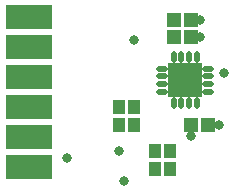
<source format=gts>
G04 Layer_Color=20142*
%FSLAX25Y25*%
%MOIN*%
G70*
G01*
G75*
%ADD31R,0.15800X0.08400*%
%ADD32R,0.03950X0.04540*%
%ADD33R,0.04540X0.04934*%
%ADD34R,0.11181X0.11181*%
%ADD35O,0.01929X0.03898*%
%ADD36O,0.03898X0.01929*%
%ADD37C,0.03200*%
%ADD38C,0.02769*%
D31*
X112500Y455000D02*
D03*
Y465000D02*
D03*
Y475000D02*
D03*
Y485000D02*
D03*
Y445000D02*
D03*
Y435000D02*
D03*
D32*
X147559Y449000D02*
D03*
X142441D02*
D03*
X147559Y455000D02*
D03*
X142441D02*
D03*
X159559Y440500D02*
D03*
X154441D02*
D03*
X159559Y434500D02*
D03*
X154441D02*
D03*
D33*
X160583Y478500D02*
D03*
X166291D02*
D03*
X160583Y484000D02*
D03*
X166291D02*
D03*
X166462Y449000D02*
D03*
X172170D02*
D03*
D34*
X164437Y464000D02*
D03*
D35*
X160598Y471776D02*
D03*
X163157D02*
D03*
X165717D02*
D03*
X168276D02*
D03*
Y456224D02*
D03*
X165717D02*
D03*
X163157D02*
D03*
X160598D02*
D03*
D36*
X172213Y467839D02*
D03*
Y465279D02*
D03*
Y462720D02*
D03*
Y460161D02*
D03*
X156661D02*
D03*
Y462720D02*
D03*
Y465279D02*
D03*
Y467839D02*
D03*
D37*
X147500Y477500D02*
D03*
X166500Y445500D02*
D03*
X144000Y430500D02*
D03*
X142500Y440500D02*
D03*
X125000Y438000D02*
D03*
X177500Y466500D02*
D03*
X169437Y484000D02*
D03*
Y478500D02*
D03*
X175816Y449000D02*
D03*
D38*
X168374Y460063D02*
D03*
X164437D02*
D03*
X160500D02*
D03*
X168374Y464000D02*
D03*
X164437D02*
D03*
X160500D02*
D03*
X168374Y467937D02*
D03*
X164437D02*
D03*
X160500D02*
D03*
M02*

</source>
